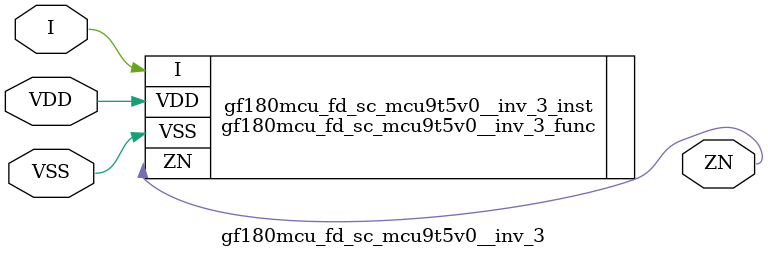
<source format=v>

module gf180mcu_fd_sc_mcu9t5v0__inv_3( I, ZN, VDD, VSS );
input I;
inout VDD, VSS;
output ZN;

   `ifdef FUNCTIONAL  //  functional //

	gf180mcu_fd_sc_mcu9t5v0__inv_3_func gf180mcu_fd_sc_mcu9t5v0__inv_3_behav_inst(.I(I),.ZN(ZN),.VDD(VDD),.VSS(VSS));

   `else

	gf180mcu_fd_sc_mcu9t5v0__inv_3_func gf180mcu_fd_sc_mcu9t5v0__inv_3_inst(.I(I),.ZN(ZN),.VDD(VDD),.VSS(VSS));

	// spec_gates_begin


	// spec_gates_end



   specify

	// specify_block_begin

	// comb arc I --> ZN
	 (I => ZN) = (1.0,1.0);

	// specify_block_end

   endspecify

   `endif

endmodule

</source>
